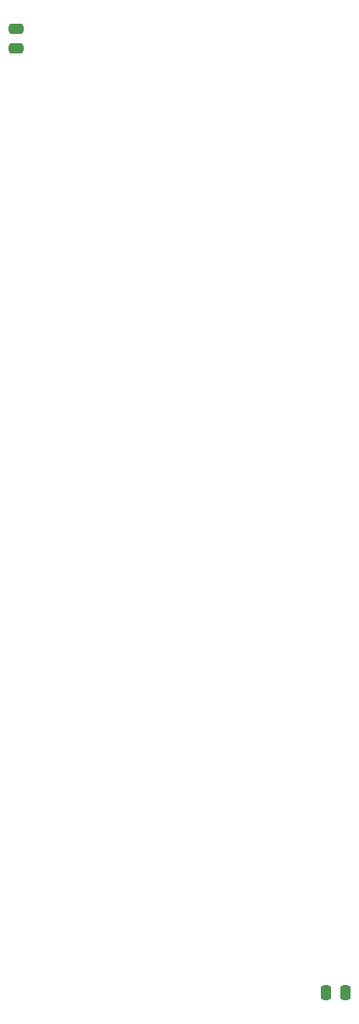
<source format=gbr>
%TF.GenerationSoftware,KiCad,Pcbnew,7.0.6-0*%
%TF.CreationDate,2023-09-17T18:40:18+10:00*%
%TF.ProjectId,Line 3.1,4c696e65-2033-42e3-912e-6b696361645f,rev?*%
%TF.SameCoordinates,Original*%
%TF.FileFunction,Paste,Top*%
%TF.FilePolarity,Positive*%
%FSLAX46Y46*%
G04 Gerber Fmt 4.6, Leading zero omitted, Abs format (unit mm)*
G04 Created by KiCad (PCBNEW 7.0.6-0) date 2023-09-17 18:40:18*
%MOMM*%
%LPD*%
G01*
G04 APERTURE LIST*
G04 Aperture macros list*
%AMRoundRect*
0 Rectangle with rounded corners*
0 $1 Rounding radius*
0 $2 $3 $4 $5 $6 $7 $8 $9 X,Y pos of 4 corners*
0 Add a 4 corners polygon primitive as box body*
4,1,4,$2,$3,$4,$5,$6,$7,$8,$9,$2,$3,0*
0 Add four circle primitives for the rounded corners*
1,1,$1+$1,$2,$3*
1,1,$1+$1,$4,$5*
1,1,$1+$1,$6,$7*
1,1,$1+$1,$8,$9*
0 Add four rect primitives between the rounded corners*
20,1,$1+$1,$2,$3,$4,$5,0*
20,1,$1+$1,$4,$5,$6,$7,0*
20,1,$1+$1,$6,$7,$8,$9,0*
20,1,$1+$1,$8,$9,$2,$3,0*%
G04 Aperture macros list end*
%ADD10RoundRect,0.250000X-0.475000X0.250000X-0.475000X-0.250000X0.475000X-0.250000X0.475000X0.250000X0*%
%ADD11RoundRect,0.250000X-0.250000X-0.475000X0.250000X-0.475000X0.250000X0.475000X-0.250000X0.475000X0*%
G04 APERTURE END LIST*
D10*
%TO.C,C1*%
X94500000Y-146550000D03*
X94500000Y-148450000D03*
%TD*%
D11*
%TO.C,C2*%
X125550000Y-242750000D03*
X127450000Y-242750000D03*
%TD*%
M02*

</source>
